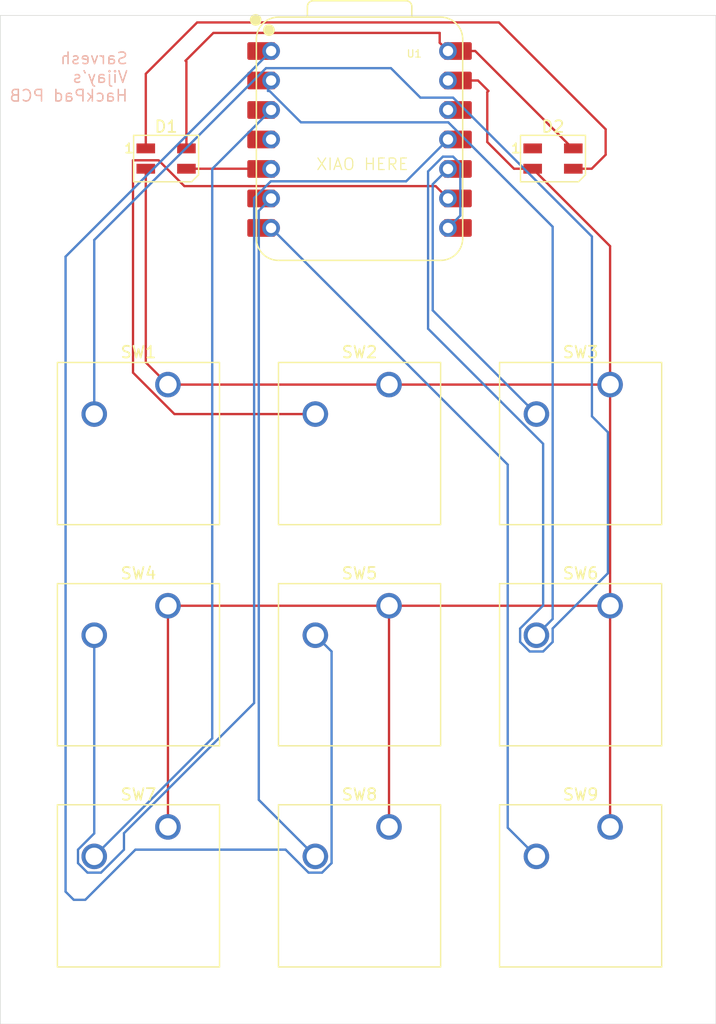
<source format=kicad_pcb>
(kicad_pcb (version 20241229) (generator "pcbnew") (generator_version "9.0")
  (layers (0 "F.Cu" signal) (2 "B.Cu" signal) (13 "F.Paste" user) (15 "B.Paste" user) (5 "F.SilkS" user "F.Silkscreen") (7 "B.SilkS" user "B.Silkscreen") (1 "F.Mask" user) (3 "B.Mask" user) (25 "Edge.Cuts" user))
  (net 0 "")
  (net 1 "+5V")
  (net 2 "GND")
  (net 3 "Net-(D1-DIN)")
  (net 4 "Net-(D1-DOUT)")
  (net 6 "Net-(U1-GPIO1{slash}RX)")
  (net 7 "Net-(U1-GPIO2{slash}SCK)")
  (net 8 "Net-(U1-GPIO4{slash}MISO)")
  (net 9 "Net-(U1-GPIO3{slash}MOSI)")
  (net 11 "Net-(U1-GPIO26{slash}ADC0{slash}A0)")
  (net 12 "Net-(U1-GPIO27{slash}ADC1{slash}A1)")
  (net 13 "Net-(U1-GPIO28{slash}ADC2{slash}A2)")
  (net 14 "Net-(U1-GPIO7{slash}SCL)")
  (net 15 "Net-(U1-GPIO0{slash}TX)")
  (footprint "Button_Switch_Keyboard:SW_Cherry_MX_1.00u_PCB" (layer "F.Cu") (at 123.98375 118.745)
    (property "Reference" "SW4" (at -2.54 -2.794 0) (layer "F.SilkS"))
    (property "Value" "SW_Push")
    (fp_line (start -9.525 -1.905) (end 4.445 -1.905) (stroke (width 0.12)) (layer "F.SilkS"))
    (fp_line (start -9.525 12.065) (end -9.525 -1.905) (stroke (width 0.12)) (layer "F.SilkS"))
    (fp_line (start 4.445 -1.905) (end 4.445 12.065) (stroke (width 0.12)) (layer "F.SilkS"))
    (fp_line (start 4.445 12.065) (end -9.525 12.065) (stroke (width 0.12)) (layer "F.SilkS"))
    (pad "" np_thru_hole circle (at -7.62 5.08) (size 1.7 1.7) (drill 1.7) (layers "*.Cu" "*.Mask"))
    (pad "" np_thru_hole circle (at -2.54 5.08) (size 4 4) (drill 4) (layers "*.Cu" "*.Mask"))
    (pad "" np_thru_hole circle (at 2.54 5.08) (size 1.7 1.7) (drill 1.7) (layers "*.Cu" "*.Mask"))
    (pad "1" thru_hole circle (at 0 0) (size 2.2 2.2) (drill 1.5) (layers "*.Cu" "*.Mask") (net 2 "GND"))
    (pad "2" thru_hole circle (at -6.35 2.54) (size 2.2 2.2) (drill 1.5) (layers "*.Cu" "*.Mask") (net 9 "Net-(U1-GPIO3{slash}MOSI)"))
  )
  (footprint "Button_Switch_Keyboard:SW_Cherry_MX_1.00u_PCB" (layer "F.Cu") (at 162.08375 118.745)
    (property "Reference" "SW6" (at -2.54 -2.794 0) (layer "F.SilkS"))
    (property "Value" "SW_Push")
    (fp_line (start -9.525 -1.905) (end 4.445 -1.905) (stroke (width 0.12)) (layer "F.SilkS"))
    (fp_line (start -9.525 12.065) (end -9.525 -1.905) (stroke (width 0.12)) (layer "F.SilkS"))
    (fp_line (start 4.445 -1.905) (end 4.445 12.065) (stroke (width 0.12)) (layer "F.SilkS"))
    (fp_line (start 4.445 12.065) (end -9.525 12.065) (stroke (width 0.12)) (layer "F.SilkS"))
    (pad "" np_thru_hole circle (at -7.62 5.08) (size 1.7 1.7) (drill 1.7) (layers "*.Cu" "*.Mask"))
    (pad "" np_thru_hole circle (at -2.54 5.08) (size 4 4) (drill 4) (layers "*.Cu" "*.Mask"))
    (pad "" np_thru_hole circle (at 2.54 5.08) (size 1.7 1.7) (drill 1.7) (layers "*.Cu" "*.Mask"))
    (pad "1" thru_hole circle (at 0 0) (size 2.2 2.2) (drill 1.5) (layers "*.Cu" "*.Mask") (net 2 "GND"))
    (pad "2" thru_hole circle (at -6.35 2.54) (size 2.2 2.2) (drill 1.5) (layers "*.Cu" "*.Mask") (net 12 "Net-(U1-GPIO27{slash}ADC1{slash}A1)"))
  )
  (footprint "Button_Switch_Keyboard:SW_Cherry_MX_1.00u_PCB" (layer "F.Cu") (at 123.98375 99.695)
    (property "Reference" "SW1" (at -2.54 -2.794 0) (layer "F.SilkS"))
    (property "Value" "SW_Push")
    (fp_line (start -9.525 -1.905) (end 4.445 -1.905) (stroke (width 0.12)) (layer "F.SilkS"))
    (fp_line (start -9.525 12.065) (end -9.525 -1.905) (stroke (width 0.12)) (layer "F.SilkS"))
    (fp_line (start 4.445 -1.905) (end 4.445 12.065) (stroke (width 0.12)) (layer "F.SilkS"))
    (fp_line (start 4.445 12.065) (end -9.525 12.065) (stroke (width 0.12)) (layer "F.SilkS"))
    (pad "" np_thru_hole circle (at -7.62 5.08) (size 1.7 1.7) (drill 1.7) (layers "*.Cu" "*.Mask"))
    (pad "" np_thru_hole circle (at -2.54 5.08) (size 4 4) (drill 4) (layers "*.Cu" "*.Mask"))
    (pad "" np_thru_hole circle (at 2.54 5.08) (size 1.7 1.7) (drill 1.7) (layers "*.Cu" "*.Mask"))
    (pad "1" thru_hole circle (at 0 0) (size 2.2 2.2) (drill 1.5) (layers "*.Cu" "*.Mask") (net 2 "GND"))
    (pad "2" thru_hole circle (at -6.35 2.54) (size 2.2 2.2) (drill 1.5) (layers "*.Cu" "*.Mask") (net 6 "Net-(U1-GPIO1{slash}RX)"))
  )
  (footprint "Button_Switch_Keyboard:SW_Cherry_MX_1.00u_PCB" (layer "F.Cu") (at 123.98375 137.795)
    (property "Reference" "SW7" (at -2.54 -2.794 0) (layer "F.SilkS"))
    (property "Value" "SW_Push")
    (fp_line (start -9.525 -1.905) (end 4.445 -1.905) (stroke (width 0.12)) (layer "F.SilkS"))
    (fp_line (start -9.525 12.065) (end -9.525 -1.905) (stroke (width 0.12)) (layer "F.SilkS"))
    (fp_line (start 4.445 -1.905) (end 4.445 12.065) (stroke (width 0.12)) (layer "F.SilkS"))
    (fp_line (start 4.445 12.065) (end -9.525 12.065) (stroke (width 0.12)) (layer "F.SilkS"))
    (pad "" np_thru_hole circle (at -7.62 5.08) (size 1.7 1.7) (drill 1.7) (layers "*.Cu" "*.Mask"))
    (pad "" np_thru_hole circle (at -2.54 5.08) (size 4 4) (drill 4) (layers "*.Cu" "*.Mask"))
    (pad "" np_thru_hole circle (at 2.54 5.08) (size 1.7 1.7) (drill 1.7) (layers "*.Cu" "*.Mask"))
    (pad "1" thru_hole circle (at 0 0) (size 2.2 2.2) (drill 1.5) (layers "*.Cu" "*.Mask") (net 2 "GND"))
    (pad "2" thru_hole circle (at -6.35 2.54) (size 2.2 2.2) (drill 1.5) (layers "*.Cu" "*.Mask") (net 13 "Net-(U1-GPIO28{slash}ADC2{slash}A2)"))
  )
  (footprint "Button_Switch_Keyboard:SW_Cherry_MX_1.00u_PCB" (layer "F.Cu") (at 143.03375 99.695)
    (property "Reference" "SW2" (at -2.54 -2.794 0) (layer "F.SilkS"))
    (property "Value" "SW_Push")
    (fp_line (start -9.525 -1.905) (end 4.445 -1.905) (stroke (width 0.12)) (layer "F.SilkS"))
    (fp_line (start -9.525 12.065) (end -9.525 -1.905) (stroke (width 0.12)) (layer "F.SilkS"))
    (fp_line (start 4.445 -1.905) (end 4.445 12.065) (stroke (width 0.12)) (layer "F.SilkS"))
    (fp_line (start 4.445 12.065) (end -9.525 12.065) (stroke (width 0.12)) (layer "F.SilkS"))
    (pad "" np_thru_hole circle (at -7.62 5.08) (size 1.7 1.7) (drill 1.7) (layers "*.Cu" "*.Mask"))
    (pad "" np_thru_hole circle (at -2.54 5.08) (size 4 4) (drill 4) (layers "*.Cu" "*.Mask"))
    (pad "" np_thru_hole circle (at 2.54 5.08) (size 1.7 1.7) (drill 1.7) (layers "*.Cu" "*.Mask"))
    (pad "1" thru_hole circle (at 0 0) (size 2.2 2.2) (drill 1.5) (layers "*.Cu" "*.Mask") (net 2 "GND"))
    (pad "2" thru_hole circle (at -6.35 2.54) (size 2.2 2.2) (drill 1.5) (layers "*.Cu" "*.Mask") (net 7 "Net-(U1-GPIO2{slash}SCK)"))
  )
  (footprint "Button_Switch_Keyboard:SW_Cherry_MX_1.00u_PCB" (layer "F.Cu") (at 143.03375 118.745)
    (property "Reference" "SW5" (at -2.54 -2.794 0) (layer "F.SilkS"))
    (property "Value" "SW_Push")
    (fp_line (start -9.525 -1.905) (end 4.445 -1.905) (stroke (width 0.12)) (layer "F.SilkS"))
    (fp_line (start -9.525 12.065) (end -9.525 -1.905) (stroke (width 0.12)) (layer "F.SilkS"))
    (fp_line (start 4.445 -1.905) (end 4.445 12.065) (stroke (width 0.12)) (layer "F.SilkS"))
    (fp_line (start 4.445 12.065) (end -9.525 12.065) (stroke (width 0.12)) (layer "F.SilkS"))
    (pad "" np_thru_hole circle (at -7.62 5.08) (size 1.7 1.7) (drill 1.7) (layers "*.Cu" "*.Mask"))
    (pad "" np_thru_hole circle (at -2.54 5.08) (size 4 4) (drill 4) (layers "*.Cu" "*.Mask"))
    (pad "" np_thru_hole circle (at 2.54 5.08) (size 1.7 1.7) (drill 1.7) (layers "*.Cu" "*.Mask"))
    (pad "1" thru_hole circle (at 0 0) (size 2.2 2.2) (drill 1.5) (layers "*.Cu" "*.Mask") (net 2 "GND"))
    (pad "2" thru_hole circle (at -6.35 2.54) (size 2.2 2.2) (drill 1.5) (layers "*.Cu" "*.Mask") (net 11 "Net-(U1-GPIO26{slash}ADC0{slash}A0)"))
  )
  (footprint "Button_Switch_Keyboard:SW_Cherry_MX_1.00u_PCB" (layer "F.Cu") (at 162.08375 137.795)
    (property "Reference" "SW9" (at -2.54 -2.794 0) (layer "F.SilkS"))
    (property "Value" "SW_Push")
    (fp_line (start -9.525 -1.905) (end 4.445 -1.905) (stroke (width 0.12)) (layer "F.SilkS"))
    (fp_line (start -9.525 12.065) (end -9.525 -1.905) (stroke (width 0.12)) (layer "F.SilkS"))
    (fp_line (start 4.445 -1.905) (end 4.445 12.065) (stroke (width 0.12)) (layer "F.SilkS"))
    (fp_line (start 4.445 12.065) (end -9.525 12.065) (stroke (width 0.12)) (layer "F.SilkS"))
    (pad "" np_thru_hole circle (at -7.62 5.08) (size 1.7 1.7) (drill 1.7) (layers "*.Cu" "*.Mask"))
    (pad "" np_thru_hole circle (at -2.54 5.08) (size 4 4) (drill 4) (layers "*.Cu" "*.Mask"))
    (pad "" np_thru_hole circle (at 2.54 5.08) (size 1.7 1.7) (drill 1.7) (layers "*.Cu" "*.Mask"))
    (pad "1" thru_hole circle (at 0 0) (size 2.2 2.2) (drill 1.5) (layers "*.Cu" "*.Mask") (net 2 "GND"))
    (pad "2" thru_hole circle (at -6.35 2.54) (size 2.2 2.2) (drill 1.5) (layers "*.Cu" "*.Mask") (net 15 "Net-(U1-GPIO0{slash}TX)"))
  )
  (footprint "Button_Switch_Keyboard:SW_Cherry_MX_1.00u_PCB" (layer "F.Cu") (at 143.03375 137.795)
    (property "Reference" "SW8" (at -2.54 -2.794 0) (layer "F.SilkS"))
    (property "Value" "SW_Push")
    (fp_line (start -9.525 -1.905) (end 4.445 -1.905) (stroke (width 0.12)) (layer "F.SilkS"))
    (fp_line (start -9.525 12.065) (end -9.525 -1.905) (stroke (width 0.12)) (layer "F.SilkS"))
    (fp_line (start 4.445 -1.905) (end 4.445 12.065) (stroke (width 0.12)) (layer "F.SilkS"))
    (fp_line (start 4.445 12.065) (end -9.525 12.065) (stroke (width 0.12)) (layer "F.SilkS"))
    (pad "" np_thru_hole circle (at -7.62 5.08) (size 1.7 1.7) (drill 1.7) (layers "*.Cu" "*.Mask"))
    (pad "" np_thru_hole circle (at -2.54 5.08) (size 4 4) (drill 4) (layers "*.Cu" "*.Mask"))
    (pad "" np_thru_hole circle (at 2.54 5.08) (size 1.7 1.7) (drill 1.7) (layers "*.Cu" "*.Mask"))
    (pad "1" thru_hole circle (at 0 0) (size 2.2 2.2) (drill 1.5) (layers "*.Cu" "*.Mask") (net 2 "GND"))
    (pad "2" thru_hole circle (at -6.35 2.54) (size 2.2 2.2) (drill 1.5) (layers "*.Cu" "*.Mask") (net 14 "Net-(U1-GPIO7{slash}SCL)"))
  )
  (footprint "OPL Lib:XIAO-RP2040-DIP" (layer "F.Cu") (at 140.49375 78.58125)
    (property "Reference" "U1" (at 4.70625 -7.38125 0) (layer "F.SilkS") (effects (font (size 0.635 0.635) (thickness 0.1016))))
    (property "Value" "XIAO-RP2040-DIP")
    (fp_line (start -8.89 8.509) (end -8.89 -8.636) (stroke (width 0.127)) (layer "F.SilkS"))
    (fp_line (start -6.985 10.414) (end 6.985 10.414) (stroke (width 0.127)) (layer "F.SilkS"))
    (fp_line (start -4.495 -10.541) (end -4.491272 -11.451272) (stroke (width 0.127)) (layer "F.SilkS"))
    (fp_line (start -3.991272 -11.951) (end 4.004 -11.951) (stroke (width 0.127)) (layer "F.SilkS"))
    (fp_line (start 4.504 -11.451) (end 4.504 -10.541) (stroke (width 0.127)) (layer "F.SilkS"))
    (fp_line (start 6.985 -10.541) (end -6.985 -10.541) (stroke (width 0.1)) (layer "F.SilkS"))
    (fp_line (start 6.985 -10.541) (end -6.985 -10.541) (stroke (width 0.127)) (layer "F.SilkS"))
    (fp_line (start 8.89 8.509) (end 8.89 -8.636) (stroke (width 0.127)) (layer "F.SilkS"))
    (fp_arc (start -8.89 -8.636) (mid -8.332038 -9.983038) (end -6.985 -10.541) (stroke (width 0.127)) (layer "F.SilkS"))
    (fp_arc (start -6.985 10.414) (mid -8.332038 9.856038) (end -8.89 8.509) (stroke (width 0.127)) (layer "F.SilkS"))
    (fp_arc (start -4.491272 -11.451272) (mid -4.344728 -11.80464) (end -3.991272 -11.951) (stroke (width 0.127)) (layer "F.SilkS"))
    (fp_arc (start 4.004 -11.951) (mid 4.357553 -11.804553) (end 4.504 -11.451) (stroke (width 0.127)) (layer "F.SilkS"))
    (fp_arc (start 6.985 -10.541) (mid 8.332038 -9.983038) (end 8.89 -8.636) (stroke (width 0.127)) (layer "F.SilkS"))
    (fp_arc (start 8.89 8.509) (mid 8.332038 9.856038) (end 6.985 10.414) (stroke (width 0.127)) (layer "F.SilkS"))
    (fp_circle (center -8.95 -10.3) (end -8.95 -10.554) (stroke (width 0.5)) (fill yes) (layer "F.SilkS"))
    (fp_circle (center -7.807 -9.42) (end -7.807 -9.674) (stroke (width 0.5)) (fill yes) (layer "F.SilkS"))
    (pad "1" smd roundrect (at -8.455 -7.62 180) (size 2.432 1.524) (layers "F.Cu" "F.Mask") (roundrect_rratio 0.1) (net 11 "Net-(U1-GPIO26{slash}ADC0{slash}A0)"))
    (pad "1" thru_hole circle (at -7.62 -7.62 180) (size 1.524 1.524) (drill 0.889) (layers "*.Cu" "*.Mask") (net 11 "Net-(U1-GPIO26{slash}ADC0{slash}A0)"))
    (pad "2" smd roundrect (at -8.455 -5.08 180) (size 2.432 1.524) (layers "F.Cu" "F.Mask") (roundrect_rratio 0.1) (net 12 "Net-(U1-GPIO27{slash}ADC1{slash}A1)"))
    (pad "2" thru_hole circle (at -7.62 -5.08 180) (size 1.524 1.524) (drill 0.889) (layers "*.Cu" "*.Mask") (net 12 "Net-(U1-GPIO27{slash}ADC1{slash}A1)"))
    (pad "3" smd roundrect (at -8.455 -2.54 180) (size 2.432 1.524) (layers "F.Cu" "F.Mask") (roundrect_rratio 0.1) (net 13 "Net-(U1-GPIO28{slash}ADC2{slash}A2)"))
    (pad "3" thru_hole circle (at -7.62 -2.54 180) (size 1.524 1.524) (drill 0.889) (layers "*.Cu" "*.Mask") (net 13 "Net-(U1-GPIO28{slash}ADC2{slash}A2)"))
    (pad "4" smd roundrect (at -8.455 0 180) (size 2.432 1.524) (layers "F.Cu" "F.Mask") (roundrect_rratio 0.1))
    (pad "4" thru_hole circle (at -7.62 0 180) (size 1.524 1.524) (drill 0.889) (layers "*.Cu" "*.Mask"))
    (pad "5" smd roundrect (at -8.455 2.54 180) (size 2.432 1.524) (layers "F.Cu" "F.Mask") (roundrect_rratio 0.1) (net 3 "Net-(D1-DIN)"))
    (pad "5" thru_hole circle (at -7.62 2.54 180) (size 1.524 1.524) (drill 0.889) (layers "*.Cu" "*.Mask") (net 3 "Net-(D1-DIN)"))
    (pad "6" smd roundrect (at -8.455 5.08 180) (size 2.432 1.524) (layers "F.Cu" "F.Mask") (roundrect_rratio 0.1) (net 14 "Net-(U1-GPIO7{slash}SCL)"))
    (pad "6" thru_hole circle (at -7.62 5.08 180) (size 1.524 1.524) (drill 0.889) (layers "*.Cu" "*.Mask") (net 14 "Net-(U1-GPIO7{slash}SCL)"))
    (pad "7" smd roundrect (at -8.455 7.62 180) (size 2.432 1.524) (layers "F.Cu" "F.Mask") (roundrect_rratio 0.1) (net 15 "Net-(U1-GPIO0{slash}TX)"))
    (pad "7" thru_hole circle (at -7.62 7.62 180) (size 1.524 1.524) (drill 0.889) (layers "*.Cu" "*.Mask") (net 15 "Net-(U1-GPIO0{slash}TX)"))
    (pad "8" thru_hole circle (at 7.62 7.62) (size 1.524 1.524) (drill 0.889) (layers "*.Cu" "*.Mask") (net 6 "Net-(U1-GPIO1{slash}RX)"))
    (pad "8" smd roundrect (at 8.455 7.62) (size 2.432 1.524) (layers "F.Cu" "F.Mask") (roundrect_rratio 0.1) (net 6 "Net-(U1-GPIO1{slash}RX)"))
    (pad "9" thru_hole circle (at 7.62 5.08) (size 1.524 1.524) (drill 0.889) (layers "*.Cu" "*.Mask") (net 7 "Net-(U1-GPIO2{slash}SCK)"))
    (pad "9" smd roundrect (at 8.455 5.08) (size 2.432 1.524) (layers "F.Cu" "F.Mask") (roundrect_rratio 0.1) (net 7 "Net-(U1-GPIO2{slash}SCK)"))
    (pad "10" thru_hole circle (at 7.62 2.54) (size 1.524 1.524) (drill 0.889) (layers "*.Cu" "*.Mask") (net 8 "Net-(U1-GPIO4{slash}MISO)"))
    (pad "10" smd roundrect (at 8.455 2.54) (size 2.432 1.524) (layers "F.Cu" "F.Mask") (roundrect_rratio 0.1) (net 8 "Net-(U1-GPIO4{slash}MISO)"))
    (pad "11" thru_hole circle (at 7.62 0) (size 1.524 1.524) (drill 0.889) (layers "*.Cu" "*.Mask") (net 9 "Net-(U1-GPIO3{slash}MOSI)"))
    (pad "11" smd roundrect (at 8.455 0) (size 2.432 1.524) (layers "F.Cu" "F.Mask") (roundrect_rratio 0.1) (net 9 "Net-(U1-GPIO3{slash}MOSI)"))
    (pad "12" thru_hole circle (at 7.62 -2.54) (size 1.524 1.524) (drill 0.889) (layers "*.Cu" "*.Mask"))
    (pad "12" smd roundrect (at 8.455 -2.54) (size 2.432 1.524) (layers "F.Cu" "F.Mask") (roundrect_rratio 0.1))
    (pad "13" thru_hole circle (at 7.62 -5.08) (size 1.524 1.524) (drill 0.889) (layers "*.Cu" "*.Mask") (net 2 "GND"))
    (pad "13" smd roundrect (at 8.455 -5.08) (size 2.432 1.524) (layers "F.Cu" "F.Mask") (roundrect_rratio 0.1) (net 2 "GND"))
    (pad "14" thru_hole circle (at 7.62 -7.62) (size 1.524 1.524) (drill 0.889) (layers "*.Cu" "*.Mask") (net 1 "+5V"))
    (pad "14" smd roundrect (at 8.455 -7.62) (size 2.432 1.524) (layers "F.Cu" "F.Mask") (roundrect_rratio 0.1) (net 1 "+5V"))
  )
  (footprint "LED_SMD:LED_SK6812MINI_PLCC4_3.5x3.5mm_P1.75mm" (layer "F.Cu") (at 123.825 80.2255)
    (property "Reference" "D1" (at 0 -2.75 0) (layer "F.SilkS"))
    (property "Value" "SK6812MINI")
    (fp_line (start -2.8 -2) (end -2.8 2) (stroke (width 0.12)) (layer "F.SilkS"))
    (fp_line (start -2.8 -2) (end 2.8 -2) (stroke (width 0.12)) (layer "F.SilkS"))
    (fp_line (start -2.8 2) (end 2.2 2) (stroke (width 0.12)) (layer "F.SilkS"))
    (fp_line (start 2.8 1.4) (end 2.2 2) (stroke (width 0.12)) (layer "F.SilkS"))
    (fp_line (start 2.8 1.4) (end 2.8 -2) (stroke (width 0.12)) (layer "F.SilkS"))
    (fp_text user "1" (at -3.2 -0.875 0) (layer "F.SilkS") (effects (font (size 0.8 0.8))))
    (pad "1" smd rect (at -1.75 -0.875) (size 1.6 0.85) (layers "F.Cu" "F.Mask" "F.Paste") (net 4 "Net-(D1-DOUT)"))
    (pad "2" smd rect (at -1.75 0.875) (size 1.6 0.85) (layers "F.Cu" "F.Mask" "F.Paste") (net 2 "GND"))
    (pad "3" smd rect (at 1.75 0.875) (size 1.6 0.85) (layers "F.Cu" "F.Mask" "F.Paste") (net 3 "Net-(D1-DIN)"))
    (pad "4" smd rect (at 1.75 -0.875) (size 1.6 0.85) (layers "F.Cu" "F.Mask" "F.Paste") (net 1 "+5V"))
  )
  (footprint "LED_SMD:LED_SK6812MINI_PLCC4_3.5x3.5mm_P1.75mm" (layer "F.Cu") (at 157.1625 80.2255)
    (property "Reference" "D2" (at 0 -2.75 0) (layer "F.SilkS"))
    (property "Value" "SK6812MINI")
    (fp_line (start -2.8 -2) (end -2.8 2) (stroke (width 0.12)) (layer "F.SilkS"))
    (fp_line (start -2.8 -2) (end 2.8 -2) (stroke (width 0.12)) (layer "F.SilkS"))
    (fp_line (start -2.8 2) (end 2.2 2) (stroke (width 0.12)) (layer "F.SilkS"))
    (fp_line (start 2.8 1.4) (end 2.2 2) (stroke (width 0.12)) (layer "F.SilkS"))
    (fp_line (start 2.8 1.4) (end 2.8 -2) (stroke (width 0.12)) (layer "F.SilkS"))
    (fp_text user "1" (at -3.2 -0.875 0) (layer "F.SilkS") (effects (font (size 0.8 0.8))))
    (pad "1" smd rect (at -1.75 -0.875) (size 1.6 0.85) (layers "F.Cu" "F.Mask" "F.Paste"))
    (pad "2" smd rect (at -1.75 0.875) (size 1.6 0.85) (layers "F.Cu" "F.Mask" "F.Paste") (net 2 "GND"))
    (pad "3" smd rect (at 1.75 0.875) (size 1.6 0.85) (layers "F.Cu" "F.Mask" "F.Paste") (net 4 "Net-(D1-DOUT)"))
    (pad "4" smd rect (at 1.75 -0.875) (size 1.6 0.85) (layers "F.Cu" "F.Mask" "F.Paste") (net 1 "+5V"))
  )
  (footprint "Button_Switch_Keyboard:SW_Cherry_MX_1.00u_PCB" (layer "F.Cu") (at 162.08375 99.695)
    (property "Reference" "SW3" (at -2.54 -2.794 0) (layer "F.SilkS"))
    (property "Value" "SW_Push")
    (fp_line (start -9.525 -1.905) (end 4.445 -1.905) (stroke (width 0.12)) (layer "F.SilkS"))
    (fp_line (start -9.525 12.065) (end -9.525 -1.905) (stroke (width 0.12)) (layer "F.SilkS"))
    (fp_line (start 4.445 -1.905) (end 4.445 12.065) (stroke (width 0.12)) (layer "F.SilkS"))
    (fp_line (start 4.445 12.065) (end -9.525 12.065) (stroke (width 0.12)) (layer "F.SilkS"))
    (pad "" np_thru_hole circle (at -7.62 5.08) (size 1.7 1.7) (drill 1.7) (layers "*.Cu" "*.Mask"))
    (pad "" np_thru_hole circle (at -2.54 5.08) (size 4 4) (drill 4) (layers "*.Cu" "*.Mask"))
    (pad "" np_thru_hole circle (at 2.54 5.08) (size 1.7 1.7) (drill 1.7) (layers "*.Cu" "*.Mask"))
    (pad "1" thru_hole circle (at 0 0) (size 2.2 2.2) (drill 1.5) (layers "*.Cu" "*.Mask") (net 2 "GND"))
    (pad "2" thru_hole circle (at -6.35 2.54) (size 2.2 2.2) (drill 1.5) (layers "*.Cu" "*.Mask") (net 8 "Net-(U1-GPIO4{slash}MISO)"))
  )
  (gr_rect (start 109.5375 67.9) (end 171.2 154.78125) (stroke (width 0.05)) (fill no) (layer "Edge.Cuts"))
  (gr_text "XIAO HERE" (at 136.7 81.3 0) (layer "F.SilkS") (effects (font (size 1 1) (thickness 0.1)) (justify left bottom)))
  (gr_text "Sarvesh \nVijay's \nHackPad PCB" (at 120.6 73.2 0) (layer "B.SilkS") (effects (font (size 1 1) (thickness 0.125)) (justify left mirror)))
  (segment (start 125.575 79.3505) (end 125.575 71.875) (width 0.2) (layer "F.Cu") (net 1))
  (segment (start 150.46125 70.96125) (end 148.94875 70.96125) (width 0.2) (layer "F.Cu") (net 1))
  (segment (start 158.8 79.3) (end 150.46125 70.96125) (width 0.2) (layer "F.Cu") (net 1))
  (segment (start 147.4 69.4) (end 147.4 70.2475) (width 0.2) (layer "F.Cu") (net 1))
  (segment (start 125.5 71.8) (end 127.9 69.4) (width 0.2) (layer "F.Cu") (net 1))
  (segment (start 158.9125 79.3505) (end 158.862 79.3) (width 0.2) (layer "F.Cu") (net 1))
  (segment (start 127.9 69.4) (end 147.4 69.4) (width 0.2) (layer "F.Cu") (net 1))
  (segment (start 158.862 79.3) (end 158.8 79.3) (width 0.2) (layer "F.Cu") (net 1))
  (segment (start 125.575 71.875) (end 125.5 71.8) (width 0.2) (layer "F.Cu") (net 1))
  (segment (start 147.4 70.2475) (end 148.11375 70.96125) (width 0.2) (layer "F.Cu") (net 1))
  (segment (start 155.4125 81.1005) (end 153.8005 81.1005) (width 0.2) (layer "F.Cu") (net 2))
  (segment (start 151.5 78.8) (end 151.5 74.5) (width 0.2) (layer "F.Cu") (net 2))
  (segment (start 123.98375 137.795) (end 123.98375 118.745) (width 0.2) (layer "F.Cu") (net 2))
  (segment (start 162.08375 87.77175) (end 155.4125 81.1005) (width 0.2) (layer "F.Cu") (net 2))
  (segment (start 162.08375 99.695) (end 162.08375 118.745) (width 0.2) (layer "F.Cu") (net 2))
  (segment (start 162.08375 118.745) (end 162.08375 137.795) (width 0.2) (layer "F.Cu") (net 2))
  (segment (start 162.08375 99.695) (end 162.08375 87.77175) (width 0.2) (layer "F.Cu") (net 2))
  (segment (start 151.6 74.4) (end 150.70125 73.50125) (width 0.2) (layer "F.Cu") (net 2))
  (segment (start 123.98375 99.695) (end 123.98375 99.51625) (width 0.2) (layer "F.Cu") (net 2))
  (segment (start 143.03375 137.795) (end 143.03375 118.745) (width 0.2) (layer "F.Cu") (net 2))
  (segment (start 150.70125 73.50125) (end 148.94875 73.50125) (width 0.2) (layer "F.Cu") (net 2))
  (segment (start 153.8005 81.1005) (end 151.5 78.8) (width 0.2) (layer "F.Cu") (net 2))
  (segment (start 122.075 97.78625) (end 122.075 81.1005) (width 0.2) (layer "F.Cu") (net 2))
  (segment (start 123.98375 99.695) (end 162.08375 99.695) (width 0.2) (layer "F.Cu") (net 2))
  (segment (start 123.98375 99.695) (end 122.075 97.78625) (width 0.2) (layer "F.Cu") (net 2))
  (segment (start 151.5 74.5) (end 151.6 74.4) (width 0.2) (layer "F.Cu") (net 2))
  (segment (start 123.98375 118.745) (end 162.08375 118.745) (width 0.2) (layer "F.Cu") (net 2))
  (segment (start 132.018 81.1005) (end 132.03875 81.12125) (width 0.2) (layer "F.Cu") (net 3))
  (segment (start 125.575 81.1005) (end 132.018 81.1005) (width 0.2) (layer "F.Cu") (net 3))
  (segment (start 161.7 79.9) (end 160.4995 81.1005) (width 0.2) (layer "F.Cu") (net 4))
  (segment (start 126.5 68.5) (end 152.5 68.5) (width 0.2) (layer "F.Cu") (net 4))
  (segment (start 160.4995 81.1005) (end 158.9125 81.1005) (width 0.2) (layer "F.Cu") (net 4))
  (segment (start 122.075 72.925) (end 126.5 68.5) (width 0.2) (layer "F.Cu") (net 4))
  (segment (start 122.075 79.3505) (end 122.075 72.925) (width 0.2) (layer "F.Cu") (net 4))
  (segment (start 152.5 68.5) (end 161.7 77.7) (width 0.2) (layer "F.Cu") (net 4))
  (segment (start 161.7 77.7) (end 161.7 79.9) (width 0.2) (layer "F.Cu") (net 4))
  (segment (start 161.89475 115.944686) (end 157.13475 120.704686) (width 0.2) (layer "B.Cu") (net 6))
  (segment (start 155.153436 122.686) (end 154.33275 121.865314) (width 0.2) (layer "B.Cu") (net 6))
  (segment (start 145.74 74.97825) (end 148.55406 74.97825) (width 0.2) (layer "B.Cu") (net 6))
  (segment (start 149.17675 80.68094) (end 149.17675 85.13825) (width 0.2) (layer "B.Cu") (net 6))
  (segment (start 117.63375 102.235) (end 117.63375 87.23794) (width 0.2) (layer "B.Cu") (net 6))
  (segment (start 148.55406 80.05825) (end 149.17675 80.68094) (width 0.2) (layer "B.Cu") (net 6))
  (segment (start 143.2 72.43825) (end 145.74 74.97825) (width 0.2) (layer "B.Cu") (net 6))
  (segment (start 117.63375 87.23794) (end 132.43344 72.43825) (width 0.2) (layer "B.Cu") (net 6))
  (segment (start 156.314064 118.723372) (end 156.314064 104.796628) (width 0.2) (layer "B.Cu") (net 6))
  (segment (start 156.314064 104.796628) (end 146.399 94.881564) (width 0.2) (layer "B.Cu") (net 6))
  (segment (start 157.13475 121.865314) (end 156.314064 122.686) (width 0.2) (layer "B.Cu") (net 6))
  (segment (start 147.67344 80.05825) (end 148.55406 80.05825) (width 0.2) (layer "B.Cu") (net 6))
  (segment (start 148.55406 74.97825) (end 160.517566 86.941756) (width 0.2) (layer "B.Cu") (net 6))
  (segment (start 161.89475 103.801184) (end 161.89475 115.944686) (width 0.2) (layer "B.Cu") (net 6))
  (segment (start 146.399 94.881564) (end 146.399 81.33269) (width 0.2) (layer "B.Cu") (net 6))
  (segment (start 132.43344 72.43825) (end 143.2 72.43825) (width 0.2) (layer "B.Cu") (net 6))
  (segment (start 157.13475 120.704686) (end 157.13475 121.865314) (width 0.2) (layer "B.Cu") (net 6))
  (segment (start 154.33275 120.704686) (end 156.314064 118.723372) (width 0.2) (layer "B.Cu") (net 6))
  (segment (start 149.17675 85.13825) (end 148.11375 86.20125) (width 0.2) (layer "B.Cu") (net 6))
  (segment (start 160.517566 102.424) (end 161.89475 103.801184) (width 0.2) (layer "B.Cu") (net 6))
  (segment (start 160.517566 86.941756) (end 160.517566 102.424) (width 0.2) (layer "B.Cu") (net 6))
  (segment (start 156.314064 122.686) (end 155.153436 122.686) (width 0.2) (layer "B.Cu") (net 6))
  (segment (start 146.399 81.33269) (end 147.67344 80.05825) (width 0.2) (layer "B.Cu") (net 6))
  (segment (start 154.33275 121.865314) (end 154.33275 120.704686) (width 0.2) (layer "B.Cu") (net 6))
  (segment (start 147.05075 82.59825) (end 148.11375 83.66125) (width 0.2) (layer "F.Cu") (net 7))
  (segment (start 125.39975 82.59825) (end 147.05075 82.59825) (width 0.2) (layer "F.Cu") (net 7))
  (segment (start 136.68375 102.235) (end 124.542436 102.235) (width 0.2) (layer "F.Cu") (net 7))
  (segment (start 120.974 98.666564) (end 120.974 80.3745) (width 0.2) (layer "F.Cu") (net 7))
  (segment (start 120.974 80.3745) (end 123.176 80.3745) (width 0.2) (layer "F.Cu") (net 7))
  (segment (start 124.542436 102.235) (end 120.974 98.666564) (width 0.2) (layer "F.Cu") (net 7))
  (segment (start 123.176 80.3745) (end 125.39975 82.59825) (width 0.2) (layer "F.Cu") (net 7))
  (segment (start 146.8 82.435) (end 148.11375 81.12125) (width 0.2) (layer "B.Cu") (net 8))
  (segment (start 146.8 93.30125) (end 146.8 82.435) (width 0.2) (layer "B.Cu") (net 8))
  (segment (start 155.73375 102.235) (end 146.8 93.30125) (width 0.2) (layer "B.Cu") (net 8))
  (segment (start 131.40975 83.62194) (end 132.84744 82.18425) (width 0.2) (layer "B.Cu") (net 9))
  (segment (start 117.053436 141.736) (end 118.214064 141.736) (width 0.2) (layer "B.Cu") (net 9))
  (segment (start 116.23275 139.754686) (end 116.23275 140.915314) (width 0.2) (layer "B.Cu") (net 9))
  (segment (start 117.63375 121.285) (end 117.63375 138.353686) (width 0.2) (layer "B.Cu") (net 9))
  (segment (start 116.23275 140.915314) (end 117.053436 141.736) (width 0.2) (layer "B.Cu") (net 9))
  (segment (start 117.63375 138.353686) (end 116.23275 139.754686) (width 0.2) (layer "B.Cu") (net 9))
  (segment (start 120.195378 139.754686) (end 120.195378 138.340472) (width 0.2) (layer "B.Cu") (net 9))
  (segment (start 120.195378 138.340472) (end 131.40975 127.1261) (width 0.2) (layer "B.Cu") (net 9))
  (segment (start 131.40975 127.1261) (end 131.40975 83.62194) (width 0.2) (layer "B.Cu") (net 9))
  (segment (start 132.84744 82.18425) (end 144.51075 82.18425) (width 0.2) (layer "B.Cu") (net 9))
  (segment (start 144.51075 82.18425) (end 148.11375 78.58125) (width 0.2) (layer "B.Cu") (net 9))
  (segment (start 118.214064 141.736) (end 120.195378 139.754686) (width 0.2) (layer "B.Cu") (net 9))
  (segment (start 138.08475 122.686) (end 138.08475 140.915314) (width 0.2) (layer "B.Cu") (net 11))
  (segment (start 116.86122 144.076) (end 115.86628 144.076) (width 0.2) (layer "B.Cu") (net 11))
  (segment (start 136.103436 141.736) (end 134.122122 139.754686) (width 0.2) (layer "B.Cu") (net 11))
  (segment (start 134.122122 139.754686) (end 121.182534 139.754686) (width 0.2) (layer "B.Cu") (net 11))
  (segment (start 138.08475 140.915314) (end 137.264064 141.736) (width 0.2) (layer "B.Cu") (net 11))
  (segment (start 137.264064 141.736) (end 136.103436 141.736) (width 0.2) (layer "B.Cu") (net 11))
  (segment (start 115.16275 143.37247) (end 115.16275 88.67225) (width 0.2) (layer "B.Cu") (net 11))
  (segment (start 136.68375 121.285) (end 138.08475 122.686) (width 0.2) (layer "B.Cu") (net 11))
  (segment (start 115.16275 88.67225) (end 132.87375 70.96125) (width 0.2) (layer "B.Cu") (net 11))
  (segment (start 121.182534 139.754686) (end 116.86122 144.076) (width 0.2) (layer "B.Cu") (net 11))
  (segment (start 115.86628 144.076) (end 115.16275 143.37247) (width 0.2) (layer "B.Cu") (net 11))
  (segment (start 157.13475 86.09894) (end 148.14006 77.10425) (width 0.2) (layer "B.Cu") (net 12))
  (segment (start 155.73375 121.285) (end 157.13475 119.884) (width 0.2) (layer "B.Cu") (net 12))
  (segment (start 132.6 73.775) (end 132.87375 73.50125) (width 0.2) (layer "B.Cu") (net 12))
  (segment (start 132.6 74.4) (end 132.6 73.775) (width 0.2) (layer "B.Cu") (net 12))
  (segment (start 157.13475 119.884) (end 157.13475 86.09894) (width 0.2) (layer "B.Cu") (net 12))
  (segment (start 148.14006 77.10425) (end 135.44006 77.10425) (width 0.2) (layer "B.Cu") (net 12))
  (segment (start 132.73581 74.4) (end 132.6 74.4) (width 0.2) (layer "B.Cu") (net 12))
  (segment (start 135.44006 77.10425) (end 132.73581 74.4) (width 0.2) (layer "B.Cu") (net 12))
  (segment (start 117.63375 140.335) (end 127.8 130.16875) (width 0.2) (layer "B.Cu") (net 13))
  (segment (start 127.8 130.16875) (end 127.8 81.115) (width 0.2) (layer "B.Cu") (net 13))
  (segment (start 127.8 81.115) (end 132.87375 76.04125) (width 0.2) (layer "B.Cu") (net 13))
  (segment (start 131.81075 135.462) (end 131.81075 84.72425) (width 0.2) (layer "B.Cu") (net 14))
  (segment (start 136.68375 140.335) (end 131.81075 135.462) (width 0.2) (layer "B.Cu") (net 14))
  (segment (start 131.81075 84.72425) (end 132.87375 83.66125) (width 0.2) (layer "B.Cu") (net 14))
  (segment (start 155.73375 140.335) (end 153.26275 137.864) (width 0.2) (layer "B.Cu") (net 15))
  (segment (start 153.26275 106.59025) (end 132.87375 86.20125) (width 0.2) (layer "B.Cu") (net 15))
  (segment (start 153.26275 137.864) (end 153.26275 106.59025) (width 0.2) (layer "B.Cu") (net 15))
)
</source>
